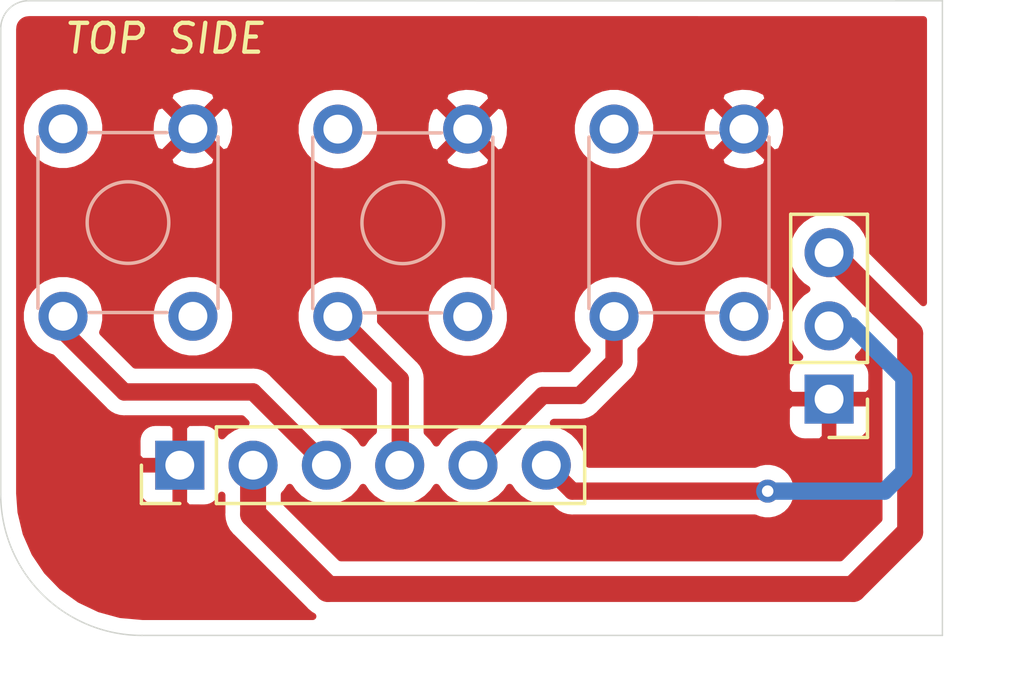
<source format=kicad_pcb>
(kicad_pcb (version 20171130) (host pcbnew "(5.1.10)-1")

  (general
    (thickness 1.6)
    (drawings 7)
    (tracks 25)
    (zones 0)
    (modules 5)
    (nets 7)
  )

  (page A4)
  (layers
    (0 F.Cu signal)
    (31 B.Cu signal)
    (32 B.Adhes user)
    (33 F.Adhes user)
    (34 B.Paste user)
    (35 F.Paste user)
    (36 B.SilkS user)
    (37 F.SilkS user)
    (38 B.Mask user)
    (39 F.Mask user)
    (40 Dwgs.User user)
    (41 Cmts.User user)
    (42 Eco1.User user)
    (43 Eco2.User user)
    (44 Edge.Cuts user)
    (45 Margin user)
    (46 B.CrtYd user)
    (47 F.CrtYd user)
    (48 B.Fab user)
    (49 F.Fab user)
  )

  (setup
    (last_trace_width 0.25)
    (user_trace_width 0.5)
    (user_trace_width 0.6)
    (user_trace_width 0.7)
    (user_trace_width 0.8)
    (user_trace_width 0.9)
    (user_trace_width 1)
    (trace_clearance 0.2)
    (zone_clearance 0.508)
    (zone_45_only no)
    (trace_min 0.2)
    (via_size 0.8)
    (via_drill 0.4)
    (via_min_size 0.4)
    (via_min_drill 0.3)
    (uvia_size 0.3)
    (uvia_drill 0.1)
    (uvias_allowed no)
    (uvia_min_size 0.2)
    (uvia_min_drill 0.1)
    (edge_width 0.05)
    (segment_width 0.2)
    (pcb_text_width 0.3)
    (pcb_text_size 1.5 1.5)
    (mod_edge_width 0.12)
    (mod_text_size 1 1)
    (mod_text_width 0.15)
    (pad_size 1.7 1.7)
    (pad_drill 1)
    (pad_to_mask_clearance 0)
    (aux_axis_origin 0 0)
    (visible_elements 7FFFFFFF)
    (pcbplotparams
      (layerselection 0x010f0_ffffffff)
      (usegerberextensions true)
      (usegerberattributes true)
      (usegerberadvancedattributes true)
      (creategerberjobfile true)
      (excludeedgelayer true)
      (linewidth 0.100000)
      (plotframeref false)
      (viasonmask false)
      (mode 1)
      (useauxorigin false)
      (hpglpennumber 1)
      (hpglpenspeed 20)
      (hpglpendiameter 15.000000)
      (psnegative false)
      (psa4output false)
      (plotreference true)
      (plotvalue false)
      (plotinvisibletext false)
      (padsonsilk false)
      (subtractmaskfromsilk false)
      (outputformat 1)
      (mirror false)
      (drillshape 0)
      (scaleselection 1)
      (outputdirectory "gerbers/"))
  )

  (net 0 "")
  (net 1 "Net-(J1-Pad6)")
  (net 2 "Net-(J1-Pad5)")
  (net 3 "Net-(J1-Pad4)")
  (net 4 "Net-(J1-Pad3)")
  (net 5 +5V)
  (net 6 GND)

  (net_class Default "This is the default net class."
    (clearance 0.2)
    (trace_width 0.25)
    (via_dia 0.8)
    (via_drill 0.4)
    (uvia_dia 0.3)
    (uvia_drill 0.1)
    (add_net +5V)
    (add_net GND)
    (add_net "Net-(J1-Pad3)")
    (add_net "Net-(J1-Pad4)")
    (add_net "Net-(J1-Pad5)")
    (add_net "Net-(J1-Pad6)")
  )

  (net_class imported ""
    (clearance 0.2)
    (trace_width 0.25)
    (via_dia 0.8)
    (via_drill 0.4)
    (uvia_dia 0.3)
    (uvia_drill 0.1)
  )

  (module Button_Switch_THT:SW_TH_Tactile_Omron_B3F-10xx (layer B.Cu) (tedit 610A5ED9) (tstamp 6105C4C9)
    (at 184.04586 109.82198 90)
    (descr SW_TH_Tactile_Omron_B3F-10xx_https://www.omron.com/ecb/products/pdf/en-b3f.pdf)
    (tags "Omron B3F-10xx")
    (path /61070D1D)
    (fp_text reference SW1 (at 3.2766 -0.0508 -90) (layer F.SilkS) hide
      (effects (font (size 1 1) (thickness 0.15)))
    )
    (fp_text value SW_DIP_x02 (at 3.13196 -5.67348 -90) (layer F.Fab)
      (effects (font (size 1 1) (thickness 0.15)))
    )
    (fp_line (start -1.1 1.1) (end 7.6 1.1) (layer B.CrtYd) (width 0.05))
    (fp_line (start 0.25 -5.25) (end 6.25 -5.25) (layer B.Fab) (width 0.1))
    (fp_line (start 6.37 -0.91) (end 6.37 -3.59) (layer B.SilkS) (width 0.12))
    (fp_line (start 0.13 -3.59) (end 0.13 -0.91) (layer B.SilkS) (width 0.12))
    (fp_line (start 0.28 0.87) (end 6.22 0.87) (layer B.SilkS) (width 0.12))
    (fp_line (start 0.28 -5.37) (end 6.22 -5.37) (layer B.SilkS) (width 0.12))
    (fp_circle (center 3.25 -2.25) (end 4.25 -3.25) (layer B.SilkS) (width 0.12))
    (fp_line (start -1.1 1.1) (end -1.1 -5.6) (layer B.CrtYd) (width 0.05))
    (fp_line (start -1.1 -5.6) (end 7.6 -5.6) (layer B.CrtYd) (width 0.05))
    (fp_line (start 7.6 -5.6) (end 7.6 1.1) (layer B.CrtYd) (width 0.05))
    (fp_line (start 0.25 0.75) (end 6.25 0.75) (layer B.Fab) (width 0.1))
    (fp_line (start 6.25 0.75) (end 6.25 -5.25) (layer B.Fab) (width 0.1))
    (fp_line (start 0.25 0.75) (end 0.25 -5.25) (layer B.Fab) (width 0.1))
    (fp_text user %R (at 3.25 -2.25 -90) (layer F.Fab)
      (effects (font (size 1 1) (thickness 0.15)))
    )
    (pad 4 thru_hole circle (at 6.5 -4.5 90) (size 1.7 1.7) (drill 1) (layers *.Cu *.Mask))
    (pad 3 thru_hole circle (at 0 -4.5 90) (size 1.7 1.7) (drill 1) (layers *.Cu *.Mask)
      (net 4 "Net-(J1-Pad3)"))
    (pad 2 thru_hole circle (at 6.5 0 90) (size 1.7 1.7) (drill 1) (layers *.Cu *.Mask)
      (net 6 GND))
    (pad 1 thru_hole circle (at 0 0 90) (size 1.7 1.7) (drill 1) (layers *.Cu *.Mask))
    (model ${KISYS3DMOD}/Button_Switch_THT.3dshapes/SW_TH_Tactile_Omron_B3F-10xx.wrl
      (at (xyz 0 0 0))
      (scale (xyz 1 1 1))
      (rotate (xyz 0 0 0))
    )
  )

  (module Button_Switch_THT:SW_TH_Tactile_Omron_B3F-10xx (layer B.Cu) (tedit 5D84F0EF) (tstamp 6105C4DE)
    (at 193.56744 109.83228 90)
    (descr SW_TH_Tactile_Omron_B3F-10xx_https://www.omron.com/ecb/products/pdf/en-b3f.pdf)
    (tags "Omron B3F-10xx")
    (path /61077E0B)
    (fp_text reference SW2 (at 3.25 0 -90) (layer F.SilkS) hide
      (effects (font (size 1 1) (thickness 0.15)))
    )
    (fp_text value SW_DIP_x02 (at 3.2 -6.5 -90) (layer F.Fab) hide
      (effects (font (size 1 1) (thickness 0.15)))
    )
    (fp_line (start 0.25 0.75) (end 0.25 -5.25) (layer B.Fab) (width 0.1))
    (fp_line (start 6.25 0.75) (end 6.25 -5.25) (layer B.Fab) (width 0.1))
    (fp_line (start 0.25 0.75) (end 6.25 0.75) (layer B.Fab) (width 0.1))
    (fp_line (start 7.6 -5.6) (end 7.6 1.1) (layer B.CrtYd) (width 0.05))
    (fp_line (start -1.1 -5.6) (end 7.6 -5.6) (layer B.CrtYd) (width 0.05))
    (fp_line (start -1.1 1.1) (end -1.1 -5.6) (layer B.CrtYd) (width 0.05))
    (fp_circle (center 3.25 -2.25) (end 4.25 -3.25) (layer B.SilkS) (width 0.12))
    (fp_line (start 0.28 -5.37) (end 6.22 -5.37) (layer B.SilkS) (width 0.12))
    (fp_line (start 0.28 0.87) (end 6.22 0.87) (layer B.SilkS) (width 0.12))
    (fp_line (start 0.13 -3.59) (end 0.13 -0.91) (layer B.SilkS) (width 0.12))
    (fp_line (start 6.37 -0.91) (end 6.37 -3.59) (layer B.SilkS) (width 0.12))
    (fp_line (start 0.25 -5.25) (end 6.25 -5.25) (layer B.Fab) (width 0.1))
    (fp_line (start -1.1 1.1) (end 7.6 1.1) (layer B.CrtYd) (width 0.05))
    (fp_text user %R (at 3.25 -2.25 -90) (layer F.Fab)
      (effects (font (size 1 1) (thickness 0.15)))
    )
    (pad 1 thru_hole circle (at 0 0 90) (size 1.7 1.7) (drill 1) (layers *.Cu *.Mask))
    (pad 2 thru_hole circle (at 6.5 0 90) (size 1.7 1.7) (drill 1) (layers *.Cu *.Mask)
      (net 6 GND))
    (pad 3 thru_hole circle (at 0 -4.5 90) (size 1.7 1.7) (drill 1) (layers *.Cu *.Mask)
      (net 3 "Net-(J1-Pad4)"))
    (pad 4 thru_hole circle (at 6.5 -4.5 90) (size 1.7 1.7) (drill 1) (layers *.Cu *.Mask))
    (model ${KISYS3DMOD}/Button_Switch_THT.3dshapes/SW_TH_Tactile_Omron_B3F-10xx.wrl
      (at (xyz 0 0 0))
      (scale (xyz 1 1 1))
      (rotate (xyz 0 0 0))
    )
  )

  (module Button_Switch_THT:SW_TH_Tactile_Omron_B3F-10xx (layer B.Cu) (tedit 5D84F0EF) (tstamp 6105C4F3)
    (at 203.13904 109.8296 90)
    (descr SW_TH_Tactile_Omron_B3F-10xx_https://www.omron.com/ecb/products/pdf/en-b3f.pdf)
    (tags "Omron B3F-10xx")
    (path /6107981E)
    (fp_text reference SW3 (at 3.3528 -0.0508 -90) (layer F.SilkS) hide
      (effects (font (size 1 1) (thickness 0.15)))
    )
    (fp_text value SW_DIP_x02 (at 3.4671 -6.5786 -90) (layer F.Fab) hide
      (effects (font (size 1 1) (thickness 0.15)))
    )
    (fp_line (start -1.1 1.1) (end 7.6 1.1) (layer B.CrtYd) (width 0.05))
    (fp_line (start 0.25 -5.25) (end 6.25 -5.25) (layer B.Fab) (width 0.1))
    (fp_line (start 6.37 -0.91) (end 6.37 -3.59) (layer B.SilkS) (width 0.12))
    (fp_line (start 0.13 -3.59) (end 0.13 -0.91) (layer B.SilkS) (width 0.12))
    (fp_line (start 0.28 0.87) (end 6.22 0.87) (layer B.SilkS) (width 0.12))
    (fp_line (start 0.28 -5.37) (end 6.22 -5.37) (layer B.SilkS) (width 0.12))
    (fp_circle (center 3.25 -2.25) (end 4.25 -3.25) (layer B.SilkS) (width 0.12))
    (fp_line (start -1.1 1.1) (end -1.1 -5.6) (layer B.CrtYd) (width 0.05))
    (fp_line (start -1.1 -5.6) (end 7.6 -5.6) (layer B.CrtYd) (width 0.05))
    (fp_line (start 7.6 -5.6) (end 7.6 1.1) (layer B.CrtYd) (width 0.05))
    (fp_line (start 0.25 0.75) (end 6.25 0.75) (layer B.Fab) (width 0.1))
    (fp_line (start 6.25 0.75) (end 6.25 -5.25) (layer B.Fab) (width 0.1))
    (fp_line (start 0.25 0.75) (end 0.25 -5.25) (layer B.Fab) (width 0.1))
    (fp_text user %R (at 3.25 -2.25 -90) (layer F.Fab)
      (effects (font (size 1 1) (thickness 0.15)))
    )
    (pad 4 thru_hole circle (at 6.5 -4.5 90) (size 1.7 1.7) (drill 1) (layers *.Cu *.Mask))
    (pad 3 thru_hole circle (at 0 -4.5 90) (size 1.7 1.7) (drill 1) (layers *.Cu *.Mask)
      (net 2 "Net-(J1-Pad5)"))
    (pad 2 thru_hole circle (at 6.5 0 90) (size 1.7 1.7) (drill 1) (layers *.Cu *.Mask)
      (net 6 GND))
    (pad 1 thru_hole circle (at 0 0 90) (size 1.7 1.7) (drill 1) (layers *.Cu *.Mask))
    (model ${KISYS3DMOD}/Button_Switch_THT.3dshapes/SW_TH_Tactile_Omron_B3F-10xx.wrl
      (at (xyz 0 0 0))
      (scale (xyz 1 1 1))
      (rotate (xyz 0 0 0))
    )
  )

  (module Connector_PinHeader_2.54mm:PinHeader_1x06_P2.54mm_Vertical (layer F.Cu) (tedit 59FED5CC) (tstamp 61060E4C)
    (at 183.5912 114.9858 90)
    (descr "Through hole straight pin header, 1x06, 2.54mm pitch, single row")
    (tags "Through hole pin header THT 1x06 2.54mm single row")
    (path /6103738E)
    (fp_text reference J1 (at 0 -2.33 90) (layer F.SilkS) hide
      (effects (font (size 1 1) (thickness 0.15)))
    )
    (fp_text value Conn_01x06_Female (at 0 15.03 90) (layer F.Fab)
      (effects (font (size 1 1) (thickness 0.15)))
    )
    (fp_line (start 1.8 -1.8) (end -1.8 -1.8) (layer F.CrtYd) (width 0.05))
    (fp_line (start 1.8 14.5) (end 1.8 -1.8) (layer F.CrtYd) (width 0.05))
    (fp_line (start -1.8 14.5) (end 1.8 14.5) (layer F.CrtYd) (width 0.05))
    (fp_line (start -1.8 -1.8) (end -1.8 14.5) (layer F.CrtYd) (width 0.05))
    (fp_line (start -1.33 -1.33) (end 0 -1.33) (layer F.SilkS) (width 0.12))
    (fp_line (start -1.33 0) (end -1.33 -1.33) (layer F.SilkS) (width 0.12))
    (fp_line (start -1.33 1.27) (end 1.33 1.27) (layer F.SilkS) (width 0.12))
    (fp_line (start 1.33 1.27) (end 1.33 14.03) (layer F.SilkS) (width 0.12))
    (fp_line (start -1.33 1.27) (end -1.33 14.03) (layer F.SilkS) (width 0.12))
    (fp_line (start -1.33 14.03) (end 1.33 14.03) (layer F.SilkS) (width 0.12))
    (fp_line (start -1.27 -0.635) (end -0.635 -1.27) (layer F.Fab) (width 0.1))
    (fp_line (start -1.27 13.97) (end -1.27 -0.635) (layer F.Fab) (width 0.1))
    (fp_line (start 1.27 13.97) (end -1.27 13.97) (layer F.Fab) (width 0.1))
    (fp_line (start 1.27 -1.27) (end 1.27 13.97) (layer F.Fab) (width 0.1))
    (fp_line (start -0.635 -1.27) (end 1.27 -1.27) (layer F.Fab) (width 0.1))
    (fp_text user %R (at 0 6.35) (layer F.Fab)
      (effects (font (size 1 1) (thickness 0.15)))
    )
    (pad 1 thru_hole rect (at 0 0 90) (size 1.7 1.7) (drill 1) (layers *.Cu *.Mask)
      (net 6 GND))
    (pad 2 thru_hole oval (at 0 2.54 90) (size 1.7 1.7) (drill 1) (layers *.Cu *.Mask)
      (net 5 +5V))
    (pad 3 thru_hole oval (at 0 5.08 90) (size 1.7 1.7) (drill 1) (layers *.Cu *.Mask)
      (net 4 "Net-(J1-Pad3)"))
    (pad 4 thru_hole oval (at 0 7.62 90) (size 1.7 1.7) (drill 1) (layers *.Cu *.Mask)
      (net 3 "Net-(J1-Pad4)"))
    (pad 5 thru_hole oval (at 0 10.16 90) (size 1.7 1.7) (drill 1) (layers *.Cu *.Mask)
      (net 2 "Net-(J1-Pad5)"))
    (pad 6 thru_hole oval (at 0 12.7 90) (size 1.7 1.7) (drill 1) (layers *.Cu *.Mask)
      (net 1 "Net-(J1-Pad6)"))
    (model ${KISYS3DMOD}/Connector_PinHeader_2.54mm.3dshapes/PinHeader_1x06_P2.54mm_Vertical.wrl
      (at (xyz 0 0 0))
      (scale (xyz 1 1 1))
      (rotate (xyz 0 0 0))
    )
  )

  (module Connector_PinHeader_2.54mm:PinHeader_1x03_P2.54mm_Vertical (layer F.Cu) (tedit 61065C65) (tstamp 61066250)
    (at 206.09052 112.69472 180)
    (descr "Through hole straight pin header, 1x03, 2.54mm pitch, single row")
    (tags "Through hole pin header THT 1x03 2.54mm single row")
    (path /6106E8E0)
    (fp_text reference J2 (at 0 -2.33) (layer F.SilkS) hide
      (effects (font (size 1 1) (thickness 0.15)))
    )
    (fp_text value Conn_01x03_Male (at 0 7.41) (layer F.Fab)
      (effects (font (size 1 1) (thickness 0.15)))
    )
    (fp_line (start 1.8 -1.8) (end -1.8 -1.8) (layer F.CrtYd) (width 0.05))
    (fp_line (start 1.8 6.85) (end 1.8 -1.8) (layer F.CrtYd) (width 0.05))
    (fp_line (start -1.8 6.85) (end 1.8 6.85) (layer F.CrtYd) (width 0.05))
    (fp_line (start -1.8 -1.8) (end -1.8 6.85) (layer F.CrtYd) (width 0.05))
    (fp_line (start -1.33 -1.33) (end 0 -1.33) (layer F.SilkS) (width 0.12))
    (fp_line (start -1.33 0) (end -1.33 -1.33) (layer F.SilkS) (width 0.12))
    (fp_line (start -1.33 1.27) (end 1.33 1.27) (layer F.SilkS) (width 0.12))
    (fp_line (start 1.33 1.27) (end 1.33 6.41) (layer F.SilkS) (width 0.12))
    (fp_line (start -1.33 1.27) (end -1.33 6.41) (layer F.SilkS) (width 0.12))
    (fp_line (start -1.33 6.41) (end 1.33 6.41) (layer F.SilkS) (width 0.12))
    (fp_line (start -1.27 -0.635) (end -0.635 -1.27) (layer F.Fab) (width 0.1))
    (fp_line (start -1.27 6.35) (end -1.27 -0.635) (layer F.Fab) (width 0.1))
    (fp_line (start 1.27 6.35) (end -1.27 6.35) (layer F.Fab) (width 0.1))
    (fp_line (start 1.27 -1.27) (end 1.27 6.35) (layer F.Fab) (width 0.1))
    (fp_line (start -0.635 -1.27) (end 1.27 -1.27) (layer F.Fab) (width 0.1))
    (fp_text user %R (at 0 2.54 90) (layer F.Fab)
      (effects (font (size 1 1) (thickness 0.15)))
    )
    (pad 1 thru_hole rect (at 0 0 180) (size 1.7 1.7) (drill 1) (layers *.Cu *.Mask)
      (net 6 GND))
    (pad 2 thru_hole oval (at 0 2.54 180) (size 1.7 1.7) (drill 1) (layers *.Cu *.Mask)
      (net 1 "Net-(J1-Pad6)"))
    (pad 3 thru_hole oval (at 0 5.08 180) (size 1.7 1.7) (drill 1) (layers *.Cu *.Mask)
      (net 5 +5V))
    (model ${KISYS3DMOD}/Connector_PinHeader_2.54mm.3dshapes/PinHeader_1x03_P2.54mm_Vertical.wrl
      (at (xyz 0 0 0))
      (scale (xyz 1 1 1))
      (rotate (xyz 0 0 0))
    )
  )

  (gr_text "TOP SIDE" (at 183.04764 100.1903) (layer F.SilkS)
    (effects (font (size 1 1) (thickness 0.15) italic))
  )
  (gr_arc (start 182.283545 115.99164) (end 177.38598 115.99164) (angle -90) (layer Edge.Cuts) (width 0.05))
  (gr_arc (start 178.354456 99.8474) (end 178.354456 98.879097) (angle -90) (layer Edge.Cuts) (width 0.05))
  (gr_line (start 177.386153 99.8474) (end 177.38598 115.99164) (layer Edge.Cuts) (width 0.05))
  (gr_line (start 210.01736 98.87966) (end 178.354456 98.879097) (layer Edge.Cuts) (width 0.05))
  (gr_line (start 210.01736 120.88876) (end 210.01736 98.87966) (layer Edge.Cuts) (width 0.05))
  (gr_line (start 182.283545 120.889205) (end 210.01736 120.88876) (layer Edge.Cuts) (width 0.05))

  (segment (start 206.09052 110.15472) (end 206.88046 110.15472) (width 0.6) (layer B.Cu) (net 1) (status 30))
  (segment (start 206.88046 110.15472) (end 208.68132 111.95558) (width 0.6) (layer B.Cu) (net 1) (status 10))
  (segment (start 208.68132 111.95558) (end 208.68132 115.21948) (width 0.6) (layer B.Cu) (net 1))
  (segment (start 208.68132 115.21948) (end 208.01584 115.88496) (width 0.6) (layer B.Cu) (net 1))
  (segment (start 208.01584 115.88496) (end 203.962 115.88496) (width 0.6) (layer B.Cu) (net 1))
  (via (at 203.962 115.88496) (size 0.8) (drill 0.4) (layers F.Cu B.Cu) (net 1))
  (segment (start 197.19036 115.88496) (end 196.2912 114.9858) (width 0.6) (layer F.Cu) (net 1) (status 20))
  (segment (start 203.962 115.88496) (end 197.19036 115.88496) (width 0.6) (layer F.Cu) (net 1))
  (segment (start 198.63904 109.8296) (end 198.63904 111.38574) (width 0.6) (layer F.Cu) (net 2) (status 10))
  (segment (start 198.63904 111.38574) (end 197.45706 112.56772) (width 0.6) (layer F.Cu) (net 2))
  (segment (start 196.16928 112.56772) (end 193.7512 114.9858) (width 0.6) (layer F.Cu) (net 2) (status 20))
  (segment (start 197.45706 112.56772) (end 196.16928 112.56772) (width 0.6) (layer F.Cu) (net 2))
  (segment (start 189.06744 109.83228) (end 191.23152 111.99636) (width 0.6) (layer F.Cu) (net 3) (status 10))
  (segment (start 191.23152 114.96548) (end 191.2112 114.9858) (width 0.6) (layer F.Cu) (net 3) (status 30))
  (segment (start 191.23152 111.99636) (end 191.23152 114.96548) (width 0.6) (layer F.Cu) (net 3) (status 20))
  (segment (start 179.54586 110.32832) (end 179.54586 109.82198) (width 0.6) (layer F.Cu) (net 4))
  (segment (start 181.66334 112.4458) (end 179.54586 110.32832) (width 0.6) (layer F.Cu) (net 4))
  (segment (start 186.1312 112.4458) (end 181.66334 112.4458) (width 0.6) (layer F.Cu) (net 4))
  (segment (start 188.6712 114.9858) (end 186.1312 112.4458) (width 0.6) (layer F.Cu) (net 4))
  (segment (start 208.89976 110.42396) (end 206.09052 107.61472) (width 0.9) (layer F.Cu) (net 5) (status 20))
  (segment (start 208.89976 117.30736) (end 208.89976 110.42396) (width 0.9) (layer F.Cu) (net 5))
  (segment (start 206.92872 119.2784) (end 208.89976 117.30736) (width 0.9) (layer F.Cu) (net 5))
  (segment (start 188.722 119.2784) (end 206.92872 119.2784) (width 0.9) (layer F.Cu) (net 5))
  (segment (start 186.1312 116.6876) (end 188.722 119.2784) (width 0.9) (layer F.Cu) (net 5))
  (segment (start 186.1312 114.9858) (end 186.1312 116.6876) (width 0.9) (layer F.Cu) (net 5) (status 10))

  (zone (net 6) (net_name GND) (layer F.Cu) (tstamp 610C020B) (hatch edge 0.508)
    (connect_pads (clearance 0.508))
    (min_thickness 0.254)
    (fill yes (arc_segments 32) (thermal_gap 0.508) (thermal_bridge_width 0.508))
    (polygon
      (pts
        (xy 210.01228 120.88114) (xy 177.38344 120.88114) (xy 177.38344 98.87458) (xy 210.01228 98.88728)
      )
    )
    (filled_polygon
      (pts
        (xy 209.357361 99.539648) (xy 209.357361 109.347139) (xy 207.57552 107.565299) (xy 207.57552 107.46846) (xy 207.518452 107.181562)
        (xy 207.40651 106.911309) (xy 207.243995 106.668088) (xy 207.037152 106.461245) (xy 206.793931 106.29873) (xy 206.523678 106.186788)
        (xy 206.23678 106.12972) (xy 205.94426 106.12972) (xy 205.657362 106.186788) (xy 205.387109 106.29873) (xy 205.143888 106.461245)
        (xy 204.937045 106.668088) (xy 204.77453 106.911309) (xy 204.662588 107.181562) (xy 204.60552 107.46846) (xy 204.60552 107.76098)
        (xy 204.662588 108.047878) (xy 204.77453 108.318131) (xy 204.937045 108.561352) (xy 205.143888 108.768195) (xy 205.31828 108.88472)
        (xy 205.143888 109.001245) (xy 204.937045 109.208088) (xy 204.77453 109.451309) (xy 204.662588 109.721562) (xy 204.62404 109.915354)
        (xy 204.62404 109.68334) (xy 204.566972 109.396442) (xy 204.45503 109.126189) (xy 204.292515 108.882968) (xy 204.085672 108.676125)
        (xy 203.842451 108.51361) (xy 203.572198 108.401668) (xy 203.2853 108.3446) (xy 202.99278 108.3446) (xy 202.705882 108.401668)
        (xy 202.435629 108.51361) (xy 202.192408 108.676125) (xy 201.985565 108.882968) (xy 201.82305 109.126189) (xy 201.711108 109.396442)
        (xy 201.65404 109.68334) (xy 201.65404 109.97586) (xy 201.711108 110.262758) (xy 201.82305 110.533011) (xy 201.985565 110.776232)
        (xy 202.192408 110.983075) (xy 202.435629 111.14559) (xy 202.705882 111.257532) (xy 202.99278 111.3146) (xy 203.2853 111.3146)
        (xy 203.572198 111.257532) (xy 203.842451 111.14559) (xy 204.085672 110.983075) (xy 204.292515 110.776232) (xy 204.45503 110.533011)
        (xy 204.566972 110.262758) (xy 204.60552 110.068966) (xy 204.60552 110.30098) (xy 204.662588 110.587878) (xy 204.77453 110.858131)
        (xy 204.937045 111.101352) (xy 205.0689 111.233207) (xy 204.99634 111.255218) (xy 204.886026 111.314183) (xy 204.789335 111.393535)
        (xy 204.709983 111.490226) (xy 204.651018 111.60054) (xy 204.614708 111.720238) (xy 204.602448 111.84472) (xy 204.60552 112.40897)
        (xy 204.76427 112.56772) (xy 205.96352 112.56772) (xy 205.96352 112.54772) (xy 206.21752 112.54772) (xy 206.21752 112.56772)
        (xy 207.41677 112.56772) (xy 207.57552 112.40897) (xy 207.578592 111.84472) (xy 207.566332 111.720238) (xy 207.530022 111.60054)
        (xy 207.471057 111.490226) (xy 207.391705 111.393535) (xy 207.295014 111.314183) (xy 207.1847 111.255218) (xy 207.11214 111.233207)
        (xy 207.243995 111.101352) (xy 207.40651 110.858131) (xy 207.518452 110.587878) (xy 207.520245 110.578866) (xy 207.814761 110.873383)
        (xy 207.81476 116.857938) (xy 206.479299 118.1934) (xy 189.171422 118.1934) (xy 187.2162 116.238179) (xy 187.2162 116.000907)
        (xy 187.284675 115.932432) (xy 187.4012 115.75804) (xy 187.517725 115.932432) (xy 187.724568 116.139275) (xy 187.967789 116.30179)
        (xy 188.238042 116.413732) (xy 188.52494 116.4708) (xy 188.81746 116.4708) (xy 189.104358 116.413732) (xy 189.374611 116.30179)
        (xy 189.617832 116.139275) (xy 189.824675 115.932432) (xy 189.9412 115.75804) (xy 190.057725 115.932432) (xy 190.264568 116.139275)
        (xy 190.507789 116.30179) (xy 190.778042 116.413732) (xy 191.06494 116.4708) (xy 191.35746 116.4708) (xy 191.644358 116.413732)
        (xy 191.914611 116.30179) (xy 192.157832 116.139275) (xy 192.364675 115.932432) (xy 192.4812 115.75804) (xy 192.597725 115.932432)
        (xy 192.804568 116.139275) (xy 193.047789 116.30179) (xy 193.318042 116.413732) (xy 193.60494 116.4708) (xy 193.89746 116.4708)
        (xy 194.184358 116.413732) (xy 194.454611 116.30179) (xy 194.697832 116.139275) (xy 194.904675 115.932432) (xy 195.0212 115.75804)
        (xy 195.137725 115.932432) (xy 195.344568 116.139275) (xy 195.587789 116.30179) (xy 195.858042 116.413732) (xy 196.14494 116.4708)
        (xy 196.43746 116.4708) (xy 196.451181 116.468071) (xy 196.496734 116.513624) (xy 196.526016 116.549304) (xy 196.668388 116.666146)
        (xy 196.83082 116.752967) (xy 196.940972 116.786381) (xy 197.007067 116.806431) (xy 197.190359 116.824484) (xy 197.236291 116.81996)
        (xy 203.514705 116.81996) (xy 203.660102 116.880186) (xy 203.860061 116.91996) (xy 204.063939 116.91996) (xy 204.263898 116.880186)
        (xy 204.452256 116.802165) (xy 204.621774 116.688897) (xy 204.765937 116.544734) (xy 204.879205 116.375216) (xy 204.957226 116.186858)
        (xy 204.997 115.986899) (xy 204.997 115.783021) (xy 204.957226 115.583062) (xy 204.879205 115.394704) (xy 204.765937 115.225186)
        (xy 204.621774 115.081023) (xy 204.452256 114.967755) (xy 204.263898 114.889734) (xy 204.063939 114.84996) (xy 203.860061 114.84996)
        (xy 203.660102 114.889734) (xy 203.514705 114.94996) (xy 197.7762 114.94996) (xy 197.7762 114.83954) (xy 197.719132 114.552642)
        (xy 197.60719 114.282389) (xy 197.444675 114.039168) (xy 197.237832 113.832325) (xy 196.994611 113.66981) (xy 196.724358 113.557868)
        (xy 196.65826 113.54472) (xy 204.602448 113.54472) (xy 204.614708 113.669202) (xy 204.651018 113.7889) (xy 204.709983 113.899214)
        (xy 204.789335 113.995905) (xy 204.886026 114.075257) (xy 204.99634 114.134222) (xy 205.116038 114.170532) (xy 205.24052 114.182792)
        (xy 205.80477 114.17972) (xy 205.96352 114.02097) (xy 205.96352 112.82172) (xy 206.21752 112.82172) (xy 206.21752 114.02097)
        (xy 206.37627 114.17972) (xy 206.94052 114.182792) (xy 207.065002 114.170532) (xy 207.1847 114.134222) (xy 207.295014 114.075257)
        (xy 207.391705 113.995905) (xy 207.471057 113.899214) (xy 207.530022 113.7889) (xy 207.566332 113.669202) (xy 207.578592 113.54472)
        (xy 207.57552 112.98047) (xy 207.41677 112.82172) (xy 206.21752 112.82172) (xy 205.96352 112.82172) (xy 204.76427 112.82172)
        (xy 204.60552 112.98047) (xy 204.602448 113.54472) (xy 196.65826 113.54472) (xy 196.53841 113.52088) (xy 196.55657 113.50272)
        (xy 197.411128 113.50272) (xy 197.45706 113.507244) (xy 197.502992 113.50272) (xy 197.640352 113.489191) (xy 197.8166 113.435727)
        (xy 197.979032 113.348906) (xy 198.121404 113.232064) (xy 198.15069 113.196379) (xy 199.267704 112.079366) (xy 199.303384 112.050084)
        (xy 199.420226 111.907712) (xy 199.507047 111.74528) (xy 199.550953 111.60054) (xy 199.560511 111.569033) (xy 199.578564 111.385741)
        (xy 199.57404 111.339809) (xy 199.57404 110.990847) (xy 199.585672 110.983075) (xy 199.792515 110.776232) (xy 199.95503 110.533011)
        (xy 200.066972 110.262758) (xy 200.12404 109.97586) (xy 200.12404 109.68334) (xy 200.066972 109.396442) (xy 199.95503 109.126189)
        (xy 199.792515 108.882968) (xy 199.585672 108.676125) (xy 199.342451 108.51361) (xy 199.072198 108.401668) (xy 198.7853 108.3446)
        (xy 198.49278 108.3446) (xy 198.205882 108.401668) (xy 197.935629 108.51361) (xy 197.692408 108.676125) (xy 197.485565 108.882968)
        (xy 197.32305 109.126189) (xy 197.211108 109.396442) (xy 197.15404 109.68334) (xy 197.15404 109.97586) (xy 197.211108 110.262758)
        (xy 197.32305 110.533011) (xy 197.485565 110.776232) (xy 197.692408 110.983075) (xy 197.704041 110.990848) (xy 197.704041 110.99845)
        (xy 197.069771 111.63272) (xy 196.215215 111.63272) (xy 196.16928 111.628196) (xy 195.985988 111.646248) (xy 195.809739 111.699713)
        (xy 195.77134 111.720238) (xy 195.647308 111.786534) (xy 195.504936 111.903376) (xy 195.475656 111.939054) (xy 193.911181 113.503529)
        (xy 193.89746 113.5008) (xy 193.60494 113.5008) (xy 193.318042 113.557868) (xy 193.047789 113.66981) (xy 192.804568 113.832325)
        (xy 192.597725 114.039168) (xy 192.4812 114.21356) (xy 192.364675 114.039168) (xy 192.16652 113.841013) (xy 192.16652 112.042291)
        (xy 192.171044 111.996359) (xy 192.152991 111.813067) (xy 192.102387 111.646249) (xy 192.099527 111.63682) (xy 192.012706 111.474388)
        (xy 191.895864 111.332016) (xy 191.860186 111.302736) (xy 190.549711 109.992261) (xy 190.55244 109.97854) (xy 190.55244 109.68602)
        (xy 192.08244 109.68602) (xy 192.08244 109.97854) (xy 192.139508 110.265438) (xy 192.25145 110.535691) (xy 192.413965 110.778912)
        (xy 192.620808 110.985755) (xy 192.864029 111.14827) (xy 193.134282 111.260212) (xy 193.42118 111.31728) (xy 193.7137 111.31728)
        (xy 194.000598 111.260212) (xy 194.270851 111.14827) (xy 194.514072 110.985755) (xy 194.720915 110.778912) (xy 194.88343 110.535691)
        (xy 194.995372 110.265438) (xy 195.05244 109.97854) (xy 195.05244 109.68602) (xy 194.995372 109.399122) (xy 194.88343 109.128869)
        (xy 194.720915 108.885648) (xy 194.514072 108.678805) (xy 194.270851 108.51629) (xy 194.000598 108.404348) (xy 193.7137 108.34728)
        (xy 193.42118 108.34728) (xy 193.134282 108.404348) (xy 192.864029 108.51629) (xy 192.620808 108.678805) (xy 192.413965 108.885648)
        (xy 192.25145 109.128869) (xy 192.139508 109.399122) (xy 192.08244 109.68602) (xy 190.55244 109.68602) (xy 190.495372 109.399122)
        (xy 190.38343 109.128869) (xy 190.220915 108.885648) (xy 190.014072 108.678805) (xy 189.770851 108.51629) (xy 189.500598 108.404348)
        (xy 189.2137 108.34728) (xy 188.92118 108.34728) (xy 188.634282 108.404348) (xy 188.364029 108.51629) (xy 188.120808 108.678805)
        (xy 187.913965 108.885648) (xy 187.75145 109.128869) (xy 187.639508 109.399122) (xy 187.58244 109.68602) (xy 187.58244 109.97854)
        (xy 187.639508 110.265438) (xy 187.75145 110.535691) (xy 187.913965 110.778912) (xy 188.120808 110.985755) (xy 188.364029 111.14827)
        (xy 188.634282 111.260212) (xy 188.92118 111.31728) (xy 189.2137 111.31728) (xy 189.227421 111.314551) (xy 190.29652 112.38365)
        (xy 190.296521 113.810975) (xy 190.264568 113.832325) (xy 190.057725 114.039168) (xy 189.9412 114.21356) (xy 189.824675 114.039168)
        (xy 189.617832 113.832325) (xy 189.374611 113.66981) (xy 189.104358 113.557868) (xy 188.81746 113.5008) (xy 188.52494 113.5008)
        (xy 188.511219 113.503529) (xy 186.82483 111.817141) (xy 186.795544 111.781456) (xy 186.653172 111.664614) (xy 186.49074 111.577793)
        (xy 186.314492 111.524329) (xy 186.177132 111.5108) (xy 186.1312 111.506276) (xy 186.085268 111.5108) (xy 182.050629 111.5108)
        (xy 180.921416 110.381587) (xy 180.973792 110.255138) (xy 181.03086 109.96824) (xy 181.03086 109.67572) (xy 182.56086 109.67572)
        (xy 182.56086 109.96824) (xy 182.617928 110.255138) (xy 182.72987 110.525391) (xy 182.892385 110.768612) (xy 183.099228 110.975455)
        (xy 183.342449 111.13797) (xy 183.612702 111.249912) (xy 183.8996 111.30698) (xy 184.19212 111.30698) (xy 184.479018 111.249912)
        (xy 184.749271 111.13797) (xy 184.992492 110.975455) (xy 185.199335 110.768612) (xy 185.36185 110.525391) (xy 185.473792 110.255138)
        (xy 185.53086 109.96824) (xy 185.53086 109.67572) (xy 185.473792 109.388822) (xy 185.36185 109.118569) (xy 185.199335 108.875348)
        (xy 184.992492 108.668505) (xy 184.749271 108.50599) (xy 184.479018 108.394048) (xy 184.19212 108.33698) (xy 183.8996 108.33698)
        (xy 183.612702 108.394048) (xy 183.342449 108.50599) (xy 183.099228 108.668505) (xy 182.892385 108.875348) (xy 182.72987 109.118569)
        (xy 182.617928 109.388822) (xy 182.56086 109.67572) (xy 181.03086 109.67572) (xy 180.973792 109.388822) (xy 180.86185 109.118569)
        (xy 180.699335 108.875348) (xy 180.492492 108.668505) (xy 180.249271 108.50599) (xy 179.979018 108.394048) (xy 179.69212 108.33698)
        (xy 179.3996 108.33698) (xy 179.112702 108.394048) (xy 178.842449 108.50599) (xy 178.599228 108.668505) (xy 178.392385 108.875348)
        (xy 178.22987 109.118569) (xy 178.117928 109.388822) (xy 178.06086 109.67572) (xy 178.06086 109.96824) (xy 178.117928 110.255138)
        (xy 178.22987 110.525391) (xy 178.392385 110.768612) (xy 178.599228 110.975455) (xy 178.842449 111.13797) (xy 179.112702 111.249912)
        (xy 179.153223 111.257972) (xy 180.96971 113.074459) (xy 180.998996 113.110144) (xy 181.141368 113.226986) (xy 181.3038 113.313807)
        (xy 181.480048 113.367271) (xy 181.66334 113.385324) (xy 181.709272 113.3808) (xy 185.743911 113.3808) (xy 185.883991 113.52088)
        (xy 185.698042 113.557868) (xy 185.427789 113.66981) (xy 185.184568 113.832325) (xy 185.052713 113.96418) (xy 185.030702 113.89162)
        (xy 184.971737 113.781306) (xy 184.892385 113.684615) (xy 184.795694 113.605263) (xy 184.68538 113.546298) (xy 184.565682 113.509988)
        (xy 184.4412 113.497728) (xy 183.87695 113.5008) (xy 183.7182 113.65955) (xy 183.7182 114.8588) (xy 183.7382 114.8588)
        (xy 183.7382 115.1128) (xy 183.7182 115.1128) (xy 183.7182 116.31205) (xy 183.87695 116.4708) (xy 184.4412 116.473872)
        (xy 184.565682 116.461612) (xy 184.68538 116.425302) (xy 184.795694 116.366337) (xy 184.892385 116.286985) (xy 184.971737 116.190294)
        (xy 185.030702 116.07998) (xy 185.0462 116.02889) (xy 185.0462 116.634314) (xy 185.040952 116.6876) (xy 185.0462 116.740886)
        (xy 185.0462 116.740894) (xy 185.052235 116.802165) (xy 185.0619 116.900297) (xy 185.112334 117.066553) (xy 185.123942 117.10482)
        (xy 185.224692 117.29331) (xy 185.263736 117.340885) (xy 185.326305 117.417126) (xy 185.32631 117.417131) (xy 185.360279 117.458522)
        (xy 185.40167 117.492491) (xy 187.917109 120.007931) (xy 187.951078 120.049322) (xy 187.992469 120.083291) (xy 187.992473 120.083295)
        (xy 188.079133 120.154415) (xy 188.11629 120.184909) (xy 188.198985 120.229111) (xy 182.312937 120.229205) (xy 181.533604 120.159651)
        (xy 180.807359 119.960973) (xy 180.127785 119.636833) (xy 179.516345 119.197468) (xy 178.992377 118.656775) (xy 178.572436 118.031837)
        (xy 178.269802 117.342416) (xy 178.092815 116.605217) (xy 178.04598 115.967428) (xy 178.045981 115.8358) (xy 182.103128 115.8358)
        (xy 182.115388 115.960282) (xy 182.151698 116.07998) (xy 182.210663 116.190294) (xy 182.290015 116.286985) (xy 182.386706 116.366337)
        (xy 182.49702 116.425302) (xy 182.616718 116.461612) (xy 182.7412 116.473872) (xy 183.30545 116.4708) (xy 183.4642 116.31205)
        (xy 183.4642 115.1128) (xy 182.26495 115.1128) (xy 182.1062 115.27155) (xy 182.103128 115.8358) (xy 178.045981 115.8358)
        (xy 178.045999 114.1358) (xy 182.103128 114.1358) (xy 182.1062 114.70005) (xy 182.26495 114.8588) (xy 183.4642 114.8588)
        (xy 183.4642 113.65955) (xy 183.30545 113.5008) (xy 182.7412 113.497728) (xy 182.616718 113.509988) (xy 182.49702 113.546298)
        (xy 182.386706 113.605263) (xy 182.290015 113.684615) (xy 182.210663 113.781306) (xy 182.151698 113.89162) (xy 182.115388 114.011318)
        (xy 182.103128 114.1358) (xy 178.045999 114.1358) (xy 178.046116 103.17572) (xy 178.06086 103.17572) (xy 178.06086 103.46824)
        (xy 178.117928 103.755138) (xy 178.22987 104.025391) (xy 178.392385 104.268612) (xy 178.599228 104.475455) (xy 178.842449 104.63797)
        (xy 179.112702 104.749912) (xy 179.3996 104.80698) (xy 179.69212 104.80698) (xy 179.979018 104.749912) (xy 180.249271 104.63797)
        (xy 180.492492 104.475455) (xy 180.61757 104.350377) (xy 183.197068 104.350377) (xy 183.274703 104.599452) (xy 183.538743 104.725351)
        (xy 183.822271 104.797319) (xy 184.114391 104.812591) (xy 184.403879 104.770579) (xy 184.679607 104.672899) (xy 184.817017 104.599452)
        (xy 184.894652 104.350377) (xy 184.04586 103.501585) (xy 183.197068 104.350377) (xy 180.61757 104.350377) (xy 180.699335 104.268612)
        (xy 180.86185 104.025391) (xy 180.973792 103.755138) (xy 181.03086 103.46824) (xy 181.03086 103.390511) (xy 182.555249 103.390511)
        (xy 182.597261 103.679999) (xy 182.694941 103.955727) (xy 182.768388 104.093137) (xy 183.017463 104.170772) (xy 183.866255 103.32198)
        (xy 184.225465 103.32198) (xy 185.074257 104.170772) (xy 185.323332 104.093137) (xy 185.449231 103.829097) (xy 185.521199 103.545569)
        (xy 185.536471 103.253449) (xy 185.526686 103.18602) (xy 187.58244 103.18602) (xy 187.58244 103.47854) (xy 187.639508 103.765438)
        (xy 187.75145 104.035691) (xy 187.913965 104.278912) (xy 188.120808 104.485755) (xy 188.364029 104.64827) (xy 188.634282 104.760212)
        (xy 188.92118 104.81728) (xy 189.2137 104.81728) (xy 189.500598 104.760212) (xy 189.770851 104.64827) (xy 190.014072 104.485755)
        (xy 190.13915 104.360677) (xy 192.718648 104.360677) (xy 192.796283 104.609752) (xy 193.060323 104.735651) (xy 193.343851 104.807619)
        (xy 193.635971 104.822891) (xy 193.925459 104.780879) (xy 194.201187 104.683199) (xy 194.338597 104.609752) (xy 194.416232 104.360677)
        (xy 193.56744 103.511885) (xy 192.718648 104.360677) (xy 190.13915 104.360677) (xy 190.220915 104.278912) (xy 190.38343 104.035691)
        (xy 190.495372 103.765438) (xy 190.55244 103.47854) (xy 190.55244 103.400811) (xy 192.076829 103.400811) (xy 192.118841 103.690299)
        (xy 192.216521 103.966027) (xy 192.289968 104.103437) (xy 192.539043 104.181072) (xy 193.387835 103.33228) (xy 193.747045 103.33228)
        (xy 194.595837 104.181072) (xy 194.844912 104.103437) (xy 194.970811 103.839397) (xy 195.042779 103.555869) (xy 195.058051 103.263749)
        (xy 195.046382 103.18334) (xy 197.15404 103.18334) (xy 197.15404 103.47586) (xy 197.211108 103.762758) (xy 197.32305 104.033011)
        (xy 197.485565 104.276232) (xy 197.692408 104.483075) (xy 197.935629 104.64559) (xy 198.205882 104.757532) (xy 198.49278 104.8146)
        (xy 198.7853 104.8146) (xy 199.072198 104.757532) (xy 199.342451 104.64559) (xy 199.585672 104.483075) (xy 199.71075 104.357997)
        (xy 202.290248 104.357997) (xy 202.367883 104.607072) (xy 202.631923 104.732971) (xy 202.915451 104.804939) (xy 203.207571 104.820211)
        (xy 203.497059 104.778199) (xy 203.772787 104.680519) (xy 203.910197 104.607072) (xy 203.987832 104.357997) (xy 203.13904 103.509205)
        (xy 202.290248 104.357997) (xy 199.71075 104.357997) (xy 199.792515 104.276232) (xy 199.95503 104.033011) (xy 200.066972 103.762758)
        (xy 200.12404 103.47586) (xy 200.12404 103.398131) (xy 201.648429 103.398131) (xy 201.690441 103.687619) (xy 201.788121 103.963347)
        (xy 201.861568 104.100757) (xy 202.110643 104.178392) (xy 202.959435 103.3296) (xy 203.318645 103.3296) (xy 204.167437 104.178392)
        (xy 204.416512 104.100757) (xy 204.542411 103.836717) (xy 204.614379 103.553189) (xy 204.629651 103.261069) (xy 204.587639 102.971581)
        (xy 204.489959 102.695853) (xy 204.416512 102.558443) (xy 204.167437 102.480808) (xy 203.318645 103.3296) (xy 202.959435 103.3296)
        (xy 202.110643 102.480808) (xy 201.861568 102.558443) (xy 201.735669 102.822483) (xy 201.663701 103.106011) (xy 201.648429 103.398131)
        (xy 200.12404 103.398131) (xy 200.12404 103.18334) (xy 200.066972 102.896442) (xy 199.95503 102.626189) (xy 199.792515 102.382968)
        (xy 199.71075 102.301203) (xy 202.290248 102.301203) (xy 203.13904 103.149995) (xy 203.987832 102.301203) (xy 203.910197 102.052128)
        (xy 203.646157 101.926229) (xy 203.362629 101.854261) (xy 203.070509 101.838989) (xy 202.781021 101.881001) (xy 202.505293 101.978681)
        (xy 202.367883 102.052128) (xy 202.290248 102.301203) (xy 199.71075 102.301203) (xy 199.585672 102.176125) (xy 199.342451 102.01361)
        (xy 199.072198 101.901668) (xy 198.7853 101.8446) (xy 198.49278 101.8446) (xy 198.205882 101.901668) (xy 197.935629 102.01361)
        (xy 197.692408 102.176125) (xy 197.485565 102.382968) (xy 197.32305 102.626189) (xy 197.211108 102.896442) (xy 197.15404 103.18334)
        (xy 195.046382 103.18334) (xy 195.016039 102.974261) (xy 194.918359 102.698533) (xy 194.844912 102.561123) (xy 194.595837 102.483488)
        (xy 193.747045 103.33228) (xy 193.387835 103.33228) (xy 192.539043 102.483488) (xy 192.289968 102.561123) (xy 192.164069 102.825163)
        (xy 192.092101 103.108691) (xy 192.076829 103.400811) (xy 190.55244 103.400811) (xy 190.55244 103.18602) (xy 190.495372 102.899122)
        (xy 190.38343 102.628869) (xy 190.220915 102.385648) (xy 190.13915 102.303883) (xy 192.718648 102.303883) (xy 193.56744 103.152675)
        (xy 194.416232 102.303883) (xy 194.338597 102.054808) (xy 194.074557 101.928909) (xy 193.791029 101.856941) (xy 193.498909 101.841669)
        (xy 193.209421 101.883681) (xy 192.933693 101.981361) (xy 192.796283 102.054808) (xy 192.718648 102.303883) (xy 190.13915 102.303883)
        (xy 190.014072 102.178805) (xy 189.770851 102.01629) (xy 189.500598 101.904348) (xy 189.2137 101.84728) (xy 188.92118 101.84728)
        (xy 188.634282 101.904348) (xy 188.364029 102.01629) (xy 188.120808 102.178805) (xy 187.913965 102.385648) (xy 187.75145 102.628869)
        (xy 187.639508 102.899122) (xy 187.58244 103.18602) (xy 185.526686 103.18602) (xy 185.494459 102.963961) (xy 185.396779 102.688233)
        (xy 185.323332 102.550823) (xy 185.074257 102.473188) (xy 184.225465 103.32198) (xy 183.866255 103.32198) (xy 183.017463 102.473188)
        (xy 182.768388 102.550823) (xy 182.642489 102.814863) (xy 182.570521 103.098391) (xy 182.555249 103.390511) (xy 181.03086 103.390511)
        (xy 181.03086 103.17572) (xy 180.973792 102.888822) (xy 180.86185 102.618569) (xy 180.699335 102.375348) (xy 180.61757 102.293583)
        (xy 183.197068 102.293583) (xy 184.04586 103.142375) (xy 184.894652 102.293583) (xy 184.817017 102.044508) (xy 184.552977 101.918609)
        (xy 184.269449 101.846641) (xy 183.977329 101.831369) (xy 183.687841 101.873381) (xy 183.412113 101.971061) (xy 183.274703 102.044508)
        (xy 183.197068 102.293583) (xy 180.61757 102.293583) (xy 180.492492 102.168505) (xy 180.249271 102.00599) (xy 179.979018 101.894048)
        (xy 179.69212 101.83698) (xy 179.3996 101.83698) (xy 179.112702 101.894048) (xy 178.842449 102.00599) (xy 178.599228 102.168505)
        (xy 178.392385 102.375348) (xy 178.22987 102.618569) (xy 178.117928 102.888822) (xy 178.06086 103.17572) (xy 178.046116 103.17572)
        (xy 178.046152 99.879685) (xy 178.055129 99.788131) (xy 178.072341 99.731123) (xy 178.100299 99.678541) (xy 178.137941 99.632388)
        (xy 178.183827 99.594428) (xy 178.236208 99.566105) (xy 178.293099 99.548495) (xy 178.382514 99.539097)
      )
    )
  )
)

</source>
